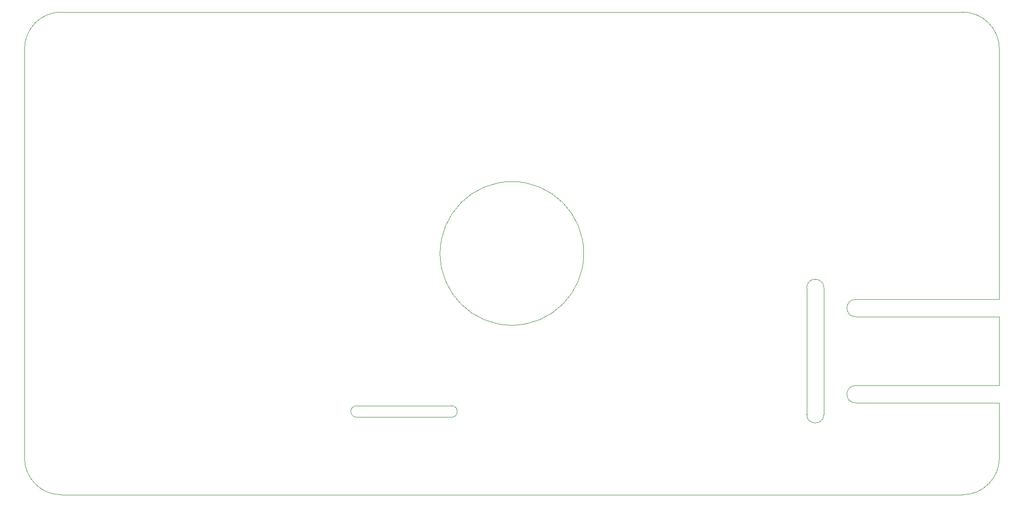
<source format=gbr>
G04 #@! TF.GenerationSoftware,KiCad,Pcbnew,(5.1.8-0-10_14)*
G04 #@! TF.CreationDate,2021-01-24T23:08:40-06:00*
G04 #@! TF.ProjectId,ClimateSprinklerController,436c696d-6174-4655-9370-72696e6b6c65,rev?*
G04 #@! TF.SameCoordinates,Original*
G04 #@! TF.FileFunction,Profile,NP*
%FSLAX46Y46*%
G04 Gerber Fmt 4.6, Leading zero omitted, Abs format (unit mm)*
G04 Created by KiCad (PCBNEW (5.1.8-0-10_14)) date 2021-01-24 23:08:40*
%MOMM*%
%LPD*%
G01*
G04 APERTURE LIST*
G04 #@! TA.AperFunction,Profile*
%ADD10C,0.050000*%
G04 #@! TD*
G04 APERTURE END LIST*
D10*
X139500000Y-116500000D02*
G75*
G02*
X139500000Y-118500000I0J-1000000D01*
G01*
X123000000Y-118500000D02*
G75*
G02*
X123000000Y-116500000I0J1000000D01*
G01*
X123000000Y-118500000D02*
X139500000Y-118500000D01*
X123000000Y-116500000D02*
X139500000Y-116500000D01*
X71650000Y-47999999D02*
X228350000Y-47999999D01*
X234750000Y-100999999D02*
X234750000Y-112999999D01*
X234750000Y-125599999D02*
X234750000Y-115999999D01*
X209750000Y-116000001D02*
G75*
G02*
X209750000Y-112999999I0J1500001D01*
G01*
X209750000Y-101000001D02*
G75*
G02*
X209750000Y-97999999I0J1500001D01*
G01*
X209750000Y-112999999D02*
X234750000Y-112999999D01*
X234750000Y-100999999D02*
X209750000Y-100999999D01*
X234750000Y-115999999D02*
X209750000Y-115999999D01*
X209750000Y-97999999D02*
X234750000Y-97999999D01*
X65250000Y-54399999D02*
G75*
G02*
X71650000Y-47999999I6400000J0D01*
G01*
X65250000Y-125599999D02*
X65250000Y-54399999D01*
X71650000Y-131999999D02*
G75*
G02*
X65250000Y-125599999I0J6400000D01*
G01*
X228350000Y-131999999D02*
X71650000Y-131999999D01*
X234750000Y-125599999D02*
G75*
G02*
X228350000Y-131999999I-6400000J0D01*
G01*
X234750000Y-54399999D02*
X234750000Y-97999999D01*
X228350000Y-47999999D02*
G75*
G02*
X234750000Y-54399999I0J-6400000D01*
G01*
X204250000Y-118000000D02*
G75*
G02*
X201250000Y-118000000I-1500000J0D01*
G01*
X201250000Y-96000000D02*
G75*
G02*
X204250000Y-96000000I1500000J0D01*
G01*
X201250000Y-118000000D02*
X201250000Y-96000000D01*
X204250000Y-96000000D02*
X204250000Y-118000000D01*
X162500000Y-90000000D02*
G75*
G03*
X162500000Y-90000000I-12500000J0D01*
G01*
M02*

</source>
